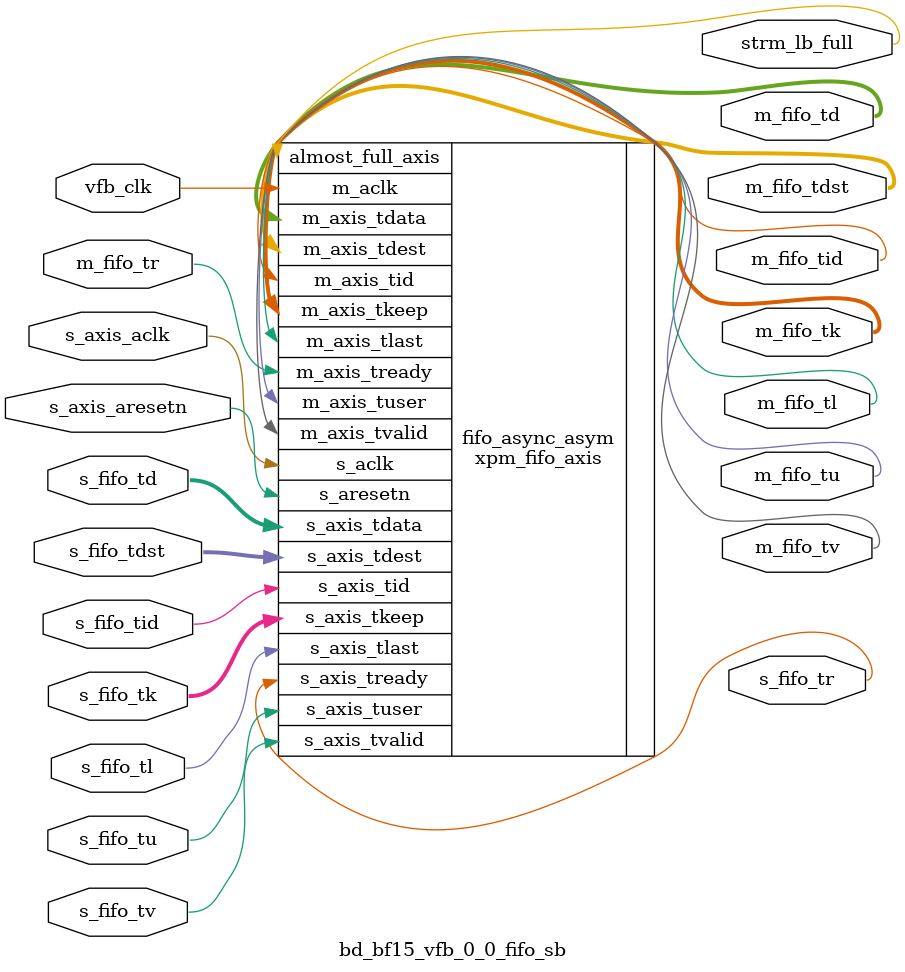
<source format=v>
`timescale 1ps/1ps
module bd_bf15_vfb_0_0_fifo_sb (
  input            s_axis_aclk    ,

  input         s_axis_aresetn ,
  input            vfb_clk        ,
  output    s_fifo_tr      ,
  input     s_fifo_tv      ,
  input      [64-1:0]  s_fifo_td      ,
  input      s_fifo_tid    ,   
  input      [1-1:0]  s_fifo_tu      ,
  input [9:0]      s_fifo_tdst      ,
  input      [8-1:0] s_fifo_tk      ,
  input      s_fifo_tl      ,
  input     m_fifo_tr      ,
  output     m_fifo_tv      ,
  output   [64-1:0]   m_fifo_td      ,
  output      m_fifo_tid    ,   
  output [9:0]    m_fifo_tdst    ,   
  output   [1-1:0]  m_fifo_tu      ,
  output    [8-1:0] m_fifo_tk      ,
  output      m_fifo_tl     , 
  output  strm_lb_full   
);

xpm_fifo_axis#(
      .CLOCKING_MODE("independent_clock"), // String
      .ECC_MODE("no_ecc"),            // String
      .FIFO_DEPTH(1024),              // DECIMAL
      .FIFO_MEMORY_TYPE("block"),      // String
      .PACKET_FIFO("false"),          // String
      .PROG_EMPTY_THRESH(10),         // DECIMAL
      .PROG_FULL_THRESH(1019),          // DECIMAL
      .RD_DATA_COUNT_WIDTH(1),        // DECIMAL
      .RELATED_CLOCKS(0),             // DECIMAL
      .SIM_ASSERT_CHK(0),             // DECIMAL; 0=disable simulation messages, 1=enable simulation messages
      .TDATA_WIDTH(64),               // DECIMAL
      .TDEST_WIDTH(10),                // DECIMAL
      .TID_WIDTH(1),                  // DECIMAL
      .TUSER_WIDTH(1),                // DECIMAL
      .USE_ADV_FEATURES("1000"),      // String
      .WR_DATA_COUNT_WIDTH(1)         // DECIMAL
 ) fifo_async_asym(
  .s_aclk            (s_axis_aclk    ),
  .s_aresetn         (s_axis_aresetn ),
  .m_aclk            (vfb_clk        ),
  .s_axis_tready     (s_fifo_tr      ),
  .s_axis_tvalid     (s_fifo_tv      ),
  .s_axis_tdata      (s_fifo_td      ),
  .s_axis_tid      ( s_fifo_tid      ),
  .s_axis_tuser      (s_fifo_tu      ),
  .s_axis_tdest      (s_fifo_tdst      ),
  .s_axis_tkeep      (s_fifo_tk      ),
  .s_axis_tlast      (s_fifo_tl      ),
  .m_axis_tready     (m_fifo_tr      ),
  .m_axis_tvalid     (m_fifo_tv      ),
  .m_axis_tdata      (m_fifo_td      ),
  .m_axis_tid        (m_fifo_tid      ),
  .m_axis_tdest      (m_fifo_tdst     ),
  .m_axis_tuser      (m_fifo_tu      ),
  .m_axis_tkeep      (m_fifo_tk      ),
  .m_axis_tlast      (m_fifo_tl      ),
  .almost_full_axis  (strm_lb_full   )
);
endmodule

</source>
